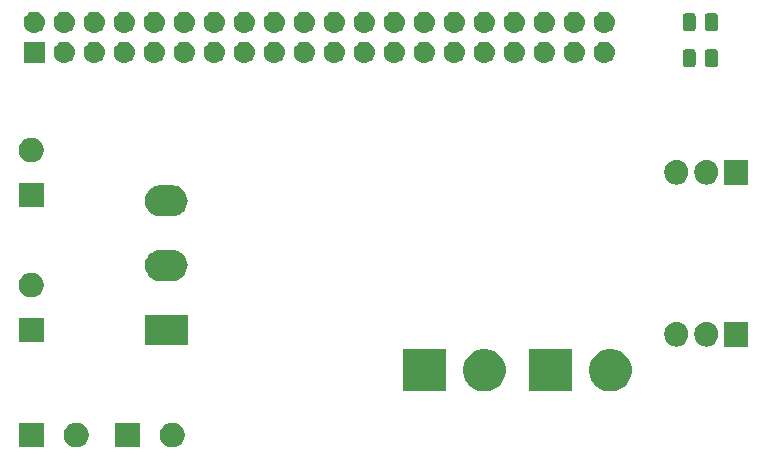
<source format=gbr>
G04 #@! TF.GenerationSoftware,KiCad,Pcbnew,5.1.4+dfsg1-1*
G04 #@! TF.CreationDate,2020-01-27T18:05:31+01:00*
G04 #@! TF.ProjectId,AstriPiCompute,41737472-6950-4694-936f-6d707574652e,rev?*
G04 #@! TF.SameCoordinates,Original*
G04 #@! TF.FileFunction,Soldermask,Bot*
G04 #@! TF.FilePolarity,Negative*
%FSLAX46Y46*%
G04 Gerber Fmt 4.6, Leading zero omitted, Abs format (unit mm)*
G04 Created by KiCad (PCBNEW 5.1.4+dfsg1-1) date 2020-01-27 18:05:31*
%MOMM*%
%LPD*%
G04 APERTURE LIST*
%ADD10C,0.100000*%
G04 APERTURE END LIST*
D10*
G36*
X12988490Y-45150490D02*
G01*
X10887510Y-45150490D01*
X10887510Y-43049510D01*
X12988490Y-43049510D01*
X12988490Y-45150490D01*
X12988490Y-45150490D01*
G37*
G36*
X16054416Y-43089879D02*
G01*
X16245592Y-43169067D01*
X16245594Y-43169068D01*
X16417648Y-43284031D01*
X16563969Y-43430352D01*
X16678933Y-43602408D01*
X16758121Y-43793584D01*
X16798490Y-43996534D01*
X16798490Y-44203466D01*
X16758121Y-44406416D01*
X16678933Y-44597592D01*
X16678932Y-44597594D01*
X16563969Y-44769648D01*
X16417648Y-44915969D01*
X16245594Y-45030932D01*
X16245593Y-45030933D01*
X16245592Y-45030933D01*
X16054416Y-45110121D01*
X15851466Y-45150490D01*
X15644534Y-45150490D01*
X15441584Y-45110121D01*
X15250408Y-45030933D01*
X15250407Y-45030933D01*
X15250406Y-45030932D01*
X15078352Y-44915969D01*
X14932031Y-44769648D01*
X14817068Y-44597594D01*
X14817067Y-44597592D01*
X14737879Y-44406416D01*
X14697510Y-44203466D01*
X14697510Y-43996534D01*
X14737879Y-43793584D01*
X14817067Y-43602408D01*
X14932031Y-43430352D01*
X15078352Y-43284031D01*
X15250406Y-43169068D01*
X15250408Y-43169067D01*
X15441584Y-43089879D01*
X15644534Y-43049510D01*
X15851466Y-43049510D01*
X16054416Y-43089879D01*
X16054416Y-43089879D01*
G37*
G36*
X4860490Y-45150490D02*
G01*
X2759510Y-45150490D01*
X2759510Y-43049510D01*
X4860490Y-43049510D01*
X4860490Y-45150490D01*
X4860490Y-45150490D01*
G37*
G36*
X7926416Y-43089879D02*
G01*
X8117592Y-43169067D01*
X8117594Y-43169068D01*
X8289648Y-43284031D01*
X8435969Y-43430352D01*
X8550933Y-43602408D01*
X8630121Y-43793584D01*
X8670490Y-43996534D01*
X8670490Y-44203466D01*
X8630121Y-44406416D01*
X8550933Y-44597592D01*
X8550932Y-44597594D01*
X8435969Y-44769648D01*
X8289648Y-44915969D01*
X8117594Y-45030932D01*
X8117593Y-45030933D01*
X8117592Y-45030933D01*
X7926416Y-45110121D01*
X7723466Y-45150490D01*
X7516534Y-45150490D01*
X7313584Y-45110121D01*
X7122408Y-45030933D01*
X7122407Y-45030933D01*
X7122406Y-45030932D01*
X6950352Y-44915969D01*
X6804031Y-44769648D01*
X6689068Y-44597594D01*
X6689067Y-44597592D01*
X6609879Y-44406416D01*
X6569510Y-44203466D01*
X6569510Y-43996534D01*
X6609879Y-43793584D01*
X6689067Y-43602408D01*
X6804031Y-43430352D01*
X6950352Y-43284031D01*
X7122406Y-43169068D01*
X7122408Y-43169067D01*
X7313584Y-43089879D01*
X7516534Y-43049510D01*
X7723466Y-43049510D01*
X7926416Y-43089879D01*
X7926416Y-43089879D01*
G37*
G36*
X49553060Y-40409060D02*
G01*
X45950940Y-40409060D01*
X45950940Y-36806940D01*
X49553060Y-36806940D01*
X49553060Y-40409060D01*
X49553060Y-40409060D01*
G37*
G36*
X42390905Y-36816789D02*
G01*
X42689350Y-36876153D01*
X43017122Y-37011921D01*
X43312109Y-37209025D01*
X43562975Y-37459891D01*
X43760079Y-37754878D01*
X43895847Y-38082650D01*
X43965060Y-38430611D01*
X43965060Y-38785389D01*
X43895847Y-39133350D01*
X43760079Y-39461122D01*
X43562975Y-39756109D01*
X43312109Y-40006975D01*
X43017122Y-40204079D01*
X42689350Y-40339847D01*
X42390905Y-40399211D01*
X42341390Y-40409060D01*
X41986610Y-40409060D01*
X41937095Y-40399211D01*
X41638650Y-40339847D01*
X41310878Y-40204079D01*
X41015891Y-40006975D01*
X40765025Y-39756109D01*
X40567921Y-39461122D01*
X40432153Y-39133350D01*
X40362940Y-38785389D01*
X40362940Y-38430611D01*
X40432153Y-38082650D01*
X40567921Y-37754878D01*
X40765025Y-37459891D01*
X41015891Y-37209025D01*
X41310878Y-37011921D01*
X41638650Y-36876153D01*
X41937095Y-36816789D01*
X41986610Y-36806940D01*
X42341390Y-36806940D01*
X42390905Y-36816789D01*
X42390905Y-36816789D01*
G37*
G36*
X38885060Y-40409060D02*
G01*
X35282940Y-40409060D01*
X35282940Y-36806940D01*
X38885060Y-36806940D01*
X38885060Y-40409060D01*
X38885060Y-40409060D01*
G37*
G36*
X53058905Y-36816789D02*
G01*
X53357350Y-36876153D01*
X53685122Y-37011921D01*
X53980109Y-37209025D01*
X54230975Y-37459891D01*
X54428079Y-37754878D01*
X54563847Y-38082650D01*
X54633060Y-38430611D01*
X54633060Y-38785389D01*
X54563847Y-39133350D01*
X54428079Y-39461122D01*
X54230975Y-39756109D01*
X53980109Y-40006975D01*
X53685122Y-40204079D01*
X53357350Y-40339847D01*
X53058905Y-40399211D01*
X53009390Y-40409060D01*
X52654610Y-40409060D01*
X52605095Y-40399211D01*
X52306650Y-40339847D01*
X51978878Y-40204079D01*
X51683891Y-40006975D01*
X51433025Y-39756109D01*
X51235921Y-39461122D01*
X51100153Y-39133350D01*
X51030940Y-38785389D01*
X51030940Y-38430611D01*
X51100153Y-38082650D01*
X51235921Y-37754878D01*
X51433025Y-37459891D01*
X51683891Y-37209025D01*
X51978878Y-37011921D01*
X52306650Y-36876153D01*
X52605095Y-36816789D01*
X52654610Y-36806940D01*
X53009390Y-36806940D01*
X53058905Y-36816789D01*
X53058905Y-36816789D01*
G37*
G36*
X58616720Y-34523520D02*
G01*
X58805881Y-34580901D01*
X58980212Y-34674083D01*
X59133015Y-34799485D01*
X59258417Y-34952288D01*
X59302182Y-35034167D01*
X59351598Y-35126617D01*
X59351599Y-35126620D01*
X59408980Y-35315781D01*
X59423500Y-35463207D01*
X59423500Y-35656794D01*
X59408980Y-35804220D01*
X59351599Y-35993381D01*
X59258417Y-36167712D01*
X59133015Y-36320515D01*
X58980212Y-36445917D01*
X58898333Y-36489682D01*
X58805883Y-36539098D01*
X58805880Y-36539099D01*
X58616719Y-36596480D01*
X58420000Y-36615855D01*
X58223280Y-36596480D01*
X58034119Y-36539099D01*
X57859788Y-36445917D01*
X57706985Y-36320515D01*
X57581583Y-36167712D01*
X57537818Y-36085833D01*
X57488402Y-35993383D01*
X57488401Y-35993380D01*
X57431020Y-35804219D01*
X57416500Y-35656793D01*
X57416500Y-35463206D01*
X57431020Y-35315780D01*
X57488401Y-35126619D01*
X57581583Y-34952288D01*
X57706985Y-34799485D01*
X57859788Y-34674083D01*
X58034120Y-34580901D01*
X58223281Y-34523520D01*
X58420000Y-34504145D01*
X58616720Y-34523520D01*
X58616720Y-34523520D01*
G37*
G36*
X61156720Y-34523520D02*
G01*
X61345881Y-34580901D01*
X61520212Y-34674083D01*
X61673015Y-34799485D01*
X61798417Y-34952288D01*
X61842182Y-35034167D01*
X61891598Y-35126617D01*
X61891599Y-35126620D01*
X61948980Y-35315781D01*
X61963500Y-35463207D01*
X61963500Y-35656794D01*
X61948980Y-35804220D01*
X61891599Y-35993381D01*
X61798417Y-36167712D01*
X61673015Y-36320515D01*
X61520212Y-36445917D01*
X61438333Y-36489682D01*
X61345883Y-36539098D01*
X61345880Y-36539099D01*
X61156719Y-36596480D01*
X60960000Y-36615855D01*
X60763280Y-36596480D01*
X60574119Y-36539099D01*
X60399788Y-36445917D01*
X60246985Y-36320515D01*
X60121583Y-36167712D01*
X60077818Y-36085833D01*
X60028402Y-35993383D01*
X60028401Y-35993380D01*
X59971020Y-35804219D01*
X59956500Y-35656793D01*
X59956500Y-35463206D01*
X59971020Y-35315780D01*
X60028401Y-35126619D01*
X60121583Y-34952288D01*
X60246985Y-34799485D01*
X60399788Y-34674083D01*
X60574120Y-34580901D01*
X60763281Y-34523520D01*
X60960000Y-34504145D01*
X61156720Y-34523520D01*
X61156720Y-34523520D01*
G37*
G36*
X64503500Y-36611000D02*
G01*
X62496500Y-36611000D01*
X62496500Y-34509000D01*
X64503500Y-34509000D01*
X64503500Y-36611000D01*
X64503500Y-36611000D01*
G37*
G36*
X17041000Y-36511000D02*
G01*
X13439000Y-36511000D01*
X13439000Y-33909000D01*
X17041000Y-33909000D01*
X17041000Y-36511000D01*
X17041000Y-36511000D01*
G37*
G36*
X4860490Y-36260490D02*
G01*
X2759510Y-36260490D01*
X2759510Y-34159510D01*
X4860490Y-34159510D01*
X4860490Y-36260490D01*
X4860490Y-36260490D01*
G37*
G36*
X4116416Y-30389879D02*
G01*
X4288826Y-30461294D01*
X4307594Y-30469068D01*
X4479648Y-30584031D01*
X4625969Y-30730352D01*
X4687190Y-30821975D01*
X4740933Y-30902408D01*
X4820121Y-31093584D01*
X4860490Y-31296534D01*
X4860490Y-31503466D01*
X4820121Y-31706416D01*
X4740933Y-31897592D01*
X4740932Y-31897594D01*
X4625969Y-32069648D01*
X4479648Y-32215969D01*
X4307594Y-32330932D01*
X4307593Y-32330933D01*
X4307592Y-32330933D01*
X4116416Y-32410121D01*
X3913466Y-32450490D01*
X3706534Y-32450490D01*
X3503584Y-32410121D01*
X3312408Y-32330933D01*
X3312407Y-32330933D01*
X3312406Y-32330932D01*
X3140352Y-32215969D01*
X2994031Y-32069648D01*
X2879068Y-31897594D01*
X2879067Y-31897592D01*
X2799879Y-31706416D01*
X2759510Y-31503466D01*
X2759510Y-31296534D01*
X2799879Y-31093584D01*
X2879067Y-30902408D01*
X2932811Y-30821975D01*
X2994031Y-30730352D01*
X3140352Y-30584031D01*
X3312406Y-30469068D01*
X3331174Y-30461294D01*
X3503584Y-30389879D01*
X3706534Y-30349510D01*
X3913466Y-30349510D01*
X4116416Y-30389879D01*
X4116416Y-30389879D01*
G37*
G36*
X15899473Y-28443413D02*
G01*
X15995040Y-28452825D01*
X16240280Y-28527218D01*
X16466294Y-28648025D01*
X16517899Y-28690376D01*
X16664397Y-28810603D01*
X16784624Y-28957101D01*
X16826975Y-29008706D01*
X16947782Y-29234720D01*
X17022175Y-29479960D01*
X17047294Y-29735000D01*
X17022175Y-29990040D01*
X16947782Y-30235280D01*
X16826975Y-30461294D01*
X16784624Y-30512899D01*
X16664397Y-30659397D01*
X16517899Y-30779624D01*
X16466294Y-30821975D01*
X16240280Y-30942782D01*
X15995040Y-31017175D01*
X15899472Y-31026588D01*
X15803906Y-31036000D01*
X14676094Y-31036000D01*
X14580528Y-31026588D01*
X14484960Y-31017175D01*
X14239720Y-30942782D01*
X14013706Y-30821975D01*
X13962101Y-30779624D01*
X13815603Y-30659397D01*
X13695376Y-30512899D01*
X13653025Y-30461294D01*
X13532218Y-30235280D01*
X13457825Y-29990040D01*
X13432706Y-29735000D01*
X13457825Y-29479960D01*
X13532218Y-29234720D01*
X13653025Y-29008706D01*
X13695376Y-28957101D01*
X13815603Y-28810603D01*
X13962101Y-28690376D01*
X14013706Y-28648025D01*
X14239720Y-28527218D01*
X14484960Y-28452825D01*
X14580527Y-28443413D01*
X14676094Y-28434000D01*
X15803906Y-28434000D01*
X15899473Y-28443413D01*
X15899473Y-28443413D01*
G37*
G36*
X15899473Y-22968413D02*
G01*
X15995040Y-22977825D01*
X16240280Y-23052218D01*
X16466294Y-23173025D01*
X16517899Y-23215376D01*
X16664397Y-23335603D01*
X16784624Y-23482101D01*
X16826975Y-23533706D01*
X16947782Y-23759720D01*
X17022175Y-24004960D01*
X17047294Y-24260000D01*
X17022175Y-24515040D01*
X16947782Y-24760280D01*
X16826975Y-24986294D01*
X16784624Y-25037899D01*
X16664397Y-25184397D01*
X16517899Y-25304624D01*
X16466294Y-25346975D01*
X16240280Y-25467782D01*
X15995040Y-25542175D01*
X15899473Y-25551587D01*
X15803906Y-25561000D01*
X14676094Y-25561000D01*
X14580528Y-25551588D01*
X14484960Y-25542175D01*
X14239720Y-25467782D01*
X14013706Y-25346975D01*
X13962101Y-25304624D01*
X13815603Y-25184397D01*
X13695376Y-25037899D01*
X13653025Y-24986294D01*
X13532218Y-24760280D01*
X13457825Y-24515040D01*
X13432706Y-24260000D01*
X13457825Y-24004960D01*
X13532218Y-23759720D01*
X13653025Y-23533706D01*
X13695376Y-23482101D01*
X13815603Y-23335603D01*
X13962101Y-23215376D01*
X14013706Y-23173025D01*
X14239720Y-23052218D01*
X14484960Y-22977825D01*
X14580527Y-22968413D01*
X14676094Y-22959000D01*
X15803906Y-22959000D01*
X15899473Y-22968413D01*
X15899473Y-22968413D01*
G37*
G36*
X4860490Y-24830490D02*
G01*
X2759510Y-24830490D01*
X2759510Y-22729510D01*
X4860490Y-22729510D01*
X4860490Y-24830490D01*
X4860490Y-24830490D01*
G37*
G36*
X61156720Y-20807520D02*
G01*
X61345881Y-20864901D01*
X61520212Y-20958083D01*
X61673015Y-21083485D01*
X61798417Y-21236288D01*
X61842182Y-21318167D01*
X61891598Y-21410617D01*
X61891599Y-21410620D01*
X61948980Y-21599781D01*
X61963500Y-21747207D01*
X61963500Y-21940794D01*
X61948980Y-22088220D01*
X61891599Y-22277381D01*
X61798417Y-22451712D01*
X61673015Y-22604515D01*
X61520212Y-22729917D01*
X61438333Y-22773682D01*
X61345883Y-22823098D01*
X61345880Y-22823099D01*
X61156719Y-22880480D01*
X60960000Y-22899855D01*
X60763280Y-22880480D01*
X60574119Y-22823099D01*
X60399788Y-22729917D01*
X60246985Y-22604515D01*
X60121583Y-22451712D01*
X60077818Y-22369833D01*
X60028402Y-22277383D01*
X60028401Y-22277380D01*
X59971020Y-22088219D01*
X59956500Y-21940793D01*
X59956500Y-21747206D01*
X59971020Y-21599780D01*
X60028401Y-21410619D01*
X60121583Y-21236288D01*
X60246985Y-21083485D01*
X60399788Y-20958083D01*
X60574120Y-20864901D01*
X60763281Y-20807520D01*
X60960000Y-20788145D01*
X61156720Y-20807520D01*
X61156720Y-20807520D01*
G37*
G36*
X58616720Y-20807520D02*
G01*
X58805881Y-20864901D01*
X58980212Y-20958083D01*
X59133015Y-21083485D01*
X59258417Y-21236288D01*
X59302182Y-21318167D01*
X59351598Y-21410617D01*
X59351599Y-21410620D01*
X59408980Y-21599781D01*
X59423500Y-21747207D01*
X59423500Y-21940794D01*
X59408980Y-22088220D01*
X59351599Y-22277381D01*
X59258417Y-22451712D01*
X59133015Y-22604515D01*
X58980212Y-22729917D01*
X58898333Y-22773682D01*
X58805883Y-22823098D01*
X58805880Y-22823099D01*
X58616719Y-22880480D01*
X58420000Y-22899855D01*
X58223280Y-22880480D01*
X58034119Y-22823099D01*
X57859788Y-22729917D01*
X57706985Y-22604515D01*
X57581583Y-22451712D01*
X57537818Y-22369833D01*
X57488402Y-22277383D01*
X57488401Y-22277380D01*
X57431020Y-22088219D01*
X57416500Y-21940793D01*
X57416500Y-21747206D01*
X57431020Y-21599780D01*
X57488401Y-21410619D01*
X57581583Y-21236288D01*
X57706985Y-21083485D01*
X57859788Y-20958083D01*
X58034120Y-20864901D01*
X58223281Y-20807520D01*
X58420000Y-20788145D01*
X58616720Y-20807520D01*
X58616720Y-20807520D01*
G37*
G36*
X64503500Y-22895000D02*
G01*
X62496500Y-22895000D01*
X62496500Y-20793000D01*
X64503500Y-20793000D01*
X64503500Y-22895000D01*
X64503500Y-22895000D01*
G37*
G36*
X4116416Y-18959879D02*
G01*
X4307592Y-19039067D01*
X4307594Y-19039068D01*
X4479648Y-19154031D01*
X4625969Y-19300352D01*
X4740933Y-19472408D01*
X4820121Y-19663584D01*
X4860490Y-19866534D01*
X4860490Y-20073466D01*
X4820121Y-20276416D01*
X4740933Y-20467592D01*
X4740932Y-20467594D01*
X4625969Y-20639648D01*
X4479648Y-20785969D01*
X4307594Y-20900932D01*
X4307593Y-20900933D01*
X4307592Y-20900933D01*
X4116416Y-20980121D01*
X3913466Y-21020490D01*
X3706534Y-21020490D01*
X3503584Y-20980121D01*
X3312408Y-20900933D01*
X3312407Y-20900933D01*
X3312406Y-20900932D01*
X3140352Y-20785969D01*
X2994031Y-20639648D01*
X2879068Y-20467594D01*
X2879067Y-20467592D01*
X2799879Y-20276416D01*
X2759510Y-20073466D01*
X2759510Y-19866534D01*
X2799879Y-19663584D01*
X2879067Y-19472408D01*
X2994031Y-19300352D01*
X3140352Y-19154031D01*
X3312406Y-19039068D01*
X3312408Y-19039067D01*
X3503584Y-18959879D01*
X3706534Y-18919510D01*
X3913466Y-18919510D01*
X4116416Y-18959879D01*
X4116416Y-18959879D01*
G37*
G36*
X59886468Y-11445565D02*
G01*
X59925138Y-11457296D01*
X59960777Y-11476346D01*
X59992017Y-11501983D01*
X60017654Y-11533223D01*
X60036704Y-11568862D01*
X60048435Y-11607532D01*
X60053000Y-11653888D01*
X60053000Y-12730112D01*
X60048435Y-12776468D01*
X60036704Y-12815138D01*
X60017654Y-12850777D01*
X59992017Y-12882017D01*
X59960777Y-12907654D01*
X59925138Y-12926704D01*
X59886468Y-12938435D01*
X59840112Y-12943000D01*
X59188888Y-12943000D01*
X59142532Y-12938435D01*
X59103862Y-12926704D01*
X59068223Y-12907654D01*
X59036983Y-12882017D01*
X59011346Y-12850777D01*
X58992296Y-12815138D01*
X58980565Y-12776468D01*
X58976000Y-12730112D01*
X58976000Y-11653888D01*
X58980565Y-11607532D01*
X58992296Y-11568862D01*
X59011346Y-11533223D01*
X59036983Y-11501983D01*
X59068223Y-11476346D01*
X59103862Y-11457296D01*
X59142532Y-11445565D01*
X59188888Y-11441000D01*
X59840112Y-11441000D01*
X59886468Y-11445565D01*
X59886468Y-11445565D01*
G37*
G36*
X61761468Y-11445565D02*
G01*
X61800138Y-11457296D01*
X61835777Y-11476346D01*
X61867017Y-11501983D01*
X61892654Y-11533223D01*
X61911704Y-11568862D01*
X61923435Y-11607532D01*
X61928000Y-11653888D01*
X61928000Y-12730112D01*
X61923435Y-12776468D01*
X61911704Y-12815138D01*
X61892654Y-12850777D01*
X61867017Y-12882017D01*
X61835777Y-12907654D01*
X61800138Y-12926704D01*
X61761468Y-12938435D01*
X61715112Y-12943000D01*
X61063888Y-12943000D01*
X61017532Y-12938435D01*
X60978862Y-12926704D01*
X60943223Y-12907654D01*
X60911983Y-12882017D01*
X60886346Y-12850777D01*
X60867296Y-12815138D01*
X60855565Y-12776468D01*
X60851000Y-12730112D01*
X60851000Y-11653888D01*
X60855565Y-11607532D01*
X60867296Y-11568862D01*
X60886346Y-11533223D01*
X60911983Y-11501983D01*
X60943223Y-11476346D01*
X60978862Y-11457296D01*
X61017532Y-11445565D01*
X61063888Y-11441000D01*
X61715112Y-11441000D01*
X61761468Y-11445565D01*
X61761468Y-11445565D01*
G37*
G36*
X24494443Y-10789519D02*
G01*
X24560627Y-10796037D01*
X24730466Y-10847557D01*
X24886991Y-10931222D01*
X24922729Y-10960552D01*
X25024186Y-11043814D01*
X25107448Y-11145271D01*
X25136778Y-11181009D01*
X25220443Y-11337534D01*
X25271963Y-11507373D01*
X25289359Y-11684000D01*
X25271963Y-11860627D01*
X25220443Y-12030466D01*
X25136778Y-12186991D01*
X25107448Y-12222729D01*
X25024186Y-12324186D01*
X24922729Y-12407448D01*
X24886991Y-12436778D01*
X24730466Y-12520443D01*
X24560627Y-12571963D01*
X24494442Y-12578482D01*
X24428260Y-12585000D01*
X24339740Y-12585000D01*
X24273558Y-12578482D01*
X24207373Y-12571963D01*
X24037534Y-12520443D01*
X23881009Y-12436778D01*
X23845271Y-12407448D01*
X23743814Y-12324186D01*
X23660552Y-12222729D01*
X23631222Y-12186991D01*
X23547557Y-12030466D01*
X23496037Y-11860627D01*
X23478641Y-11684000D01*
X23496037Y-11507373D01*
X23547557Y-11337534D01*
X23631222Y-11181009D01*
X23660552Y-11145271D01*
X23743814Y-11043814D01*
X23845271Y-10960552D01*
X23881009Y-10931222D01*
X24037534Y-10847557D01*
X24207373Y-10796037D01*
X24273557Y-10789519D01*
X24339740Y-10783000D01*
X24428260Y-10783000D01*
X24494443Y-10789519D01*
X24494443Y-10789519D01*
G37*
G36*
X27034443Y-10789519D02*
G01*
X27100627Y-10796037D01*
X27270466Y-10847557D01*
X27426991Y-10931222D01*
X27462729Y-10960552D01*
X27564186Y-11043814D01*
X27647448Y-11145271D01*
X27676778Y-11181009D01*
X27760443Y-11337534D01*
X27811963Y-11507373D01*
X27829359Y-11684000D01*
X27811963Y-11860627D01*
X27760443Y-12030466D01*
X27676778Y-12186991D01*
X27647448Y-12222729D01*
X27564186Y-12324186D01*
X27462729Y-12407448D01*
X27426991Y-12436778D01*
X27270466Y-12520443D01*
X27100627Y-12571963D01*
X27034442Y-12578482D01*
X26968260Y-12585000D01*
X26879740Y-12585000D01*
X26813558Y-12578482D01*
X26747373Y-12571963D01*
X26577534Y-12520443D01*
X26421009Y-12436778D01*
X26385271Y-12407448D01*
X26283814Y-12324186D01*
X26200552Y-12222729D01*
X26171222Y-12186991D01*
X26087557Y-12030466D01*
X26036037Y-11860627D01*
X26018641Y-11684000D01*
X26036037Y-11507373D01*
X26087557Y-11337534D01*
X26171222Y-11181009D01*
X26200552Y-11145271D01*
X26283814Y-11043814D01*
X26385271Y-10960552D01*
X26421009Y-10931222D01*
X26577534Y-10847557D01*
X26747373Y-10796037D01*
X26813558Y-10789518D01*
X26879740Y-10783000D01*
X26968260Y-10783000D01*
X27034443Y-10789519D01*
X27034443Y-10789519D01*
G37*
G36*
X19414443Y-10789519D02*
G01*
X19480627Y-10796037D01*
X19650466Y-10847557D01*
X19806991Y-10931222D01*
X19842729Y-10960552D01*
X19944186Y-11043814D01*
X20027448Y-11145271D01*
X20056778Y-11181009D01*
X20140443Y-11337534D01*
X20191963Y-11507373D01*
X20209359Y-11684000D01*
X20191963Y-11860627D01*
X20140443Y-12030466D01*
X20056778Y-12186991D01*
X20027448Y-12222729D01*
X19944186Y-12324186D01*
X19842729Y-12407448D01*
X19806991Y-12436778D01*
X19650466Y-12520443D01*
X19480627Y-12571963D01*
X19414442Y-12578482D01*
X19348260Y-12585000D01*
X19259740Y-12585000D01*
X19193558Y-12578482D01*
X19127373Y-12571963D01*
X18957534Y-12520443D01*
X18801009Y-12436778D01*
X18765271Y-12407448D01*
X18663814Y-12324186D01*
X18580552Y-12222729D01*
X18551222Y-12186991D01*
X18467557Y-12030466D01*
X18416037Y-11860627D01*
X18398641Y-11684000D01*
X18416037Y-11507373D01*
X18467557Y-11337534D01*
X18551222Y-11181009D01*
X18580552Y-11145271D01*
X18663814Y-11043814D01*
X18765271Y-10960552D01*
X18801009Y-10931222D01*
X18957534Y-10847557D01*
X19127373Y-10796037D01*
X19193557Y-10789519D01*
X19259740Y-10783000D01*
X19348260Y-10783000D01*
X19414443Y-10789519D01*
X19414443Y-10789519D01*
G37*
G36*
X29574443Y-10789519D02*
G01*
X29640627Y-10796037D01*
X29810466Y-10847557D01*
X29966991Y-10931222D01*
X30002729Y-10960552D01*
X30104186Y-11043814D01*
X30187448Y-11145271D01*
X30216778Y-11181009D01*
X30300443Y-11337534D01*
X30351963Y-11507373D01*
X30369359Y-11684000D01*
X30351963Y-11860627D01*
X30300443Y-12030466D01*
X30216778Y-12186991D01*
X30187448Y-12222729D01*
X30104186Y-12324186D01*
X30002729Y-12407448D01*
X29966991Y-12436778D01*
X29810466Y-12520443D01*
X29640627Y-12571963D01*
X29574442Y-12578482D01*
X29508260Y-12585000D01*
X29419740Y-12585000D01*
X29353558Y-12578482D01*
X29287373Y-12571963D01*
X29117534Y-12520443D01*
X28961009Y-12436778D01*
X28925271Y-12407448D01*
X28823814Y-12324186D01*
X28740552Y-12222729D01*
X28711222Y-12186991D01*
X28627557Y-12030466D01*
X28576037Y-11860627D01*
X28558641Y-11684000D01*
X28576037Y-11507373D01*
X28627557Y-11337534D01*
X28711222Y-11181009D01*
X28740552Y-11145271D01*
X28823814Y-11043814D01*
X28925271Y-10960552D01*
X28961009Y-10931222D01*
X29117534Y-10847557D01*
X29287373Y-10796037D01*
X29353558Y-10789518D01*
X29419740Y-10783000D01*
X29508260Y-10783000D01*
X29574443Y-10789519D01*
X29574443Y-10789519D01*
G37*
G36*
X32114443Y-10789519D02*
G01*
X32180627Y-10796037D01*
X32350466Y-10847557D01*
X32506991Y-10931222D01*
X32542729Y-10960552D01*
X32644186Y-11043814D01*
X32727448Y-11145271D01*
X32756778Y-11181009D01*
X32840443Y-11337534D01*
X32891963Y-11507373D01*
X32909359Y-11684000D01*
X32891963Y-11860627D01*
X32840443Y-12030466D01*
X32756778Y-12186991D01*
X32727448Y-12222729D01*
X32644186Y-12324186D01*
X32542729Y-12407448D01*
X32506991Y-12436778D01*
X32350466Y-12520443D01*
X32180627Y-12571963D01*
X32114442Y-12578482D01*
X32048260Y-12585000D01*
X31959740Y-12585000D01*
X31893558Y-12578482D01*
X31827373Y-12571963D01*
X31657534Y-12520443D01*
X31501009Y-12436778D01*
X31465271Y-12407448D01*
X31363814Y-12324186D01*
X31280552Y-12222729D01*
X31251222Y-12186991D01*
X31167557Y-12030466D01*
X31116037Y-11860627D01*
X31098641Y-11684000D01*
X31116037Y-11507373D01*
X31167557Y-11337534D01*
X31251222Y-11181009D01*
X31280552Y-11145271D01*
X31363814Y-11043814D01*
X31465271Y-10960552D01*
X31501009Y-10931222D01*
X31657534Y-10847557D01*
X31827373Y-10796037D01*
X31893558Y-10789518D01*
X31959740Y-10783000D01*
X32048260Y-10783000D01*
X32114443Y-10789519D01*
X32114443Y-10789519D01*
G37*
G36*
X16874443Y-10789519D02*
G01*
X16940627Y-10796037D01*
X17110466Y-10847557D01*
X17266991Y-10931222D01*
X17302729Y-10960552D01*
X17404186Y-11043814D01*
X17487448Y-11145271D01*
X17516778Y-11181009D01*
X17600443Y-11337534D01*
X17651963Y-11507373D01*
X17669359Y-11684000D01*
X17651963Y-11860627D01*
X17600443Y-12030466D01*
X17516778Y-12186991D01*
X17487448Y-12222729D01*
X17404186Y-12324186D01*
X17302729Y-12407448D01*
X17266991Y-12436778D01*
X17110466Y-12520443D01*
X16940627Y-12571963D01*
X16874442Y-12578482D01*
X16808260Y-12585000D01*
X16719740Y-12585000D01*
X16653558Y-12578482D01*
X16587373Y-12571963D01*
X16417534Y-12520443D01*
X16261009Y-12436778D01*
X16225271Y-12407448D01*
X16123814Y-12324186D01*
X16040552Y-12222729D01*
X16011222Y-12186991D01*
X15927557Y-12030466D01*
X15876037Y-11860627D01*
X15858641Y-11684000D01*
X15876037Y-11507373D01*
X15927557Y-11337534D01*
X16011222Y-11181009D01*
X16040552Y-11145271D01*
X16123814Y-11043814D01*
X16225271Y-10960552D01*
X16261009Y-10931222D01*
X16417534Y-10847557D01*
X16587373Y-10796037D01*
X16653557Y-10789519D01*
X16719740Y-10783000D01*
X16808260Y-10783000D01*
X16874443Y-10789519D01*
X16874443Y-10789519D01*
G37*
G36*
X34654443Y-10789519D02*
G01*
X34720627Y-10796037D01*
X34890466Y-10847557D01*
X35046991Y-10931222D01*
X35082729Y-10960552D01*
X35184186Y-11043814D01*
X35267448Y-11145271D01*
X35296778Y-11181009D01*
X35380443Y-11337534D01*
X35431963Y-11507373D01*
X35449359Y-11684000D01*
X35431963Y-11860627D01*
X35380443Y-12030466D01*
X35296778Y-12186991D01*
X35267448Y-12222729D01*
X35184186Y-12324186D01*
X35082729Y-12407448D01*
X35046991Y-12436778D01*
X34890466Y-12520443D01*
X34720627Y-12571963D01*
X34654442Y-12578482D01*
X34588260Y-12585000D01*
X34499740Y-12585000D01*
X34433558Y-12578482D01*
X34367373Y-12571963D01*
X34197534Y-12520443D01*
X34041009Y-12436778D01*
X34005271Y-12407448D01*
X33903814Y-12324186D01*
X33820552Y-12222729D01*
X33791222Y-12186991D01*
X33707557Y-12030466D01*
X33656037Y-11860627D01*
X33638641Y-11684000D01*
X33656037Y-11507373D01*
X33707557Y-11337534D01*
X33791222Y-11181009D01*
X33820552Y-11145271D01*
X33903814Y-11043814D01*
X34005271Y-10960552D01*
X34041009Y-10931222D01*
X34197534Y-10847557D01*
X34367373Y-10796037D01*
X34433558Y-10789518D01*
X34499740Y-10783000D01*
X34588260Y-10783000D01*
X34654443Y-10789519D01*
X34654443Y-10789519D01*
G37*
G36*
X37194443Y-10789519D02*
G01*
X37260627Y-10796037D01*
X37430466Y-10847557D01*
X37586991Y-10931222D01*
X37622729Y-10960552D01*
X37724186Y-11043814D01*
X37807448Y-11145271D01*
X37836778Y-11181009D01*
X37920443Y-11337534D01*
X37971963Y-11507373D01*
X37989359Y-11684000D01*
X37971963Y-11860627D01*
X37920443Y-12030466D01*
X37836778Y-12186991D01*
X37807448Y-12222729D01*
X37724186Y-12324186D01*
X37622729Y-12407448D01*
X37586991Y-12436778D01*
X37430466Y-12520443D01*
X37260627Y-12571963D01*
X37194442Y-12578482D01*
X37128260Y-12585000D01*
X37039740Y-12585000D01*
X36973558Y-12578482D01*
X36907373Y-12571963D01*
X36737534Y-12520443D01*
X36581009Y-12436778D01*
X36545271Y-12407448D01*
X36443814Y-12324186D01*
X36360552Y-12222729D01*
X36331222Y-12186991D01*
X36247557Y-12030466D01*
X36196037Y-11860627D01*
X36178641Y-11684000D01*
X36196037Y-11507373D01*
X36247557Y-11337534D01*
X36331222Y-11181009D01*
X36360552Y-11145271D01*
X36443814Y-11043814D01*
X36545271Y-10960552D01*
X36581009Y-10931222D01*
X36737534Y-10847557D01*
X36907373Y-10796037D01*
X36973558Y-10789518D01*
X37039740Y-10783000D01*
X37128260Y-10783000D01*
X37194443Y-10789519D01*
X37194443Y-10789519D01*
G37*
G36*
X14334443Y-10789519D02*
G01*
X14400627Y-10796037D01*
X14570466Y-10847557D01*
X14726991Y-10931222D01*
X14762729Y-10960552D01*
X14864186Y-11043814D01*
X14947448Y-11145271D01*
X14976778Y-11181009D01*
X15060443Y-11337534D01*
X15111963Y-11507373D01*
X15129359Y-11684000D01*
X15111963Y-11860627D01*
X15060443Y-12030466D01*
X14976778Y-12186991D01*
X14947448Y-12222729D01*
X14864186Y-12324186D01*
X14762729Y-12407448D01*
X14726991Y-12436778D01*
X14570466Y-12520443D01*
X14400627Y-12571963D01*
X14334442Y-12578482D01*
X14268260Y-12585000D01*
X14179740Y-12585000D01*
X14113558Y-12578482D01*
X14047373Y-12571963D01*
X13877534Y-12520443D01*
X13721009Y-12436778D01*
X13685271Y-12407448D01*
X13583814Y-12324186D01*
X13500552Y-12222729D01*
X13471222Y-12186991D01*
X13387557Y-12030466D01*
X13336037Y-11860627D01*
X13318641Y-11684000D01*
X13336037Y-11507373D01*
X13387557Y-11337534D01*
X13471222Y-11181009D01*
X13500552Y-11145271D01*
X13583814Y-11043814D01*
X13685271Y-10960552D01*
X13721009Y-10931222D01*
X13877534Y-10847557D01*
X14047373Y-10796037D01*
X14113557Y-10789519D01*
X14179740Y-10783000D01*
X14268260Y-10783000D01*
X14334443Y-10789519D01*
X14334443Y-10789519D01*
G37*
G36*
X42274443Y-10789519D02*
G01*
X42340627Y-10796037D01*
X42510466Y-10847557D01*
X42666991Y-10931222D01*
X42702729Y-10960552D01*
X42804186Y-11043814D01*
X42887448Y-11145271D01*
X42916778Y-11181009D01*
X43000443Y-11337534D01*
X43051963Y-11507373D01*
X43069359Y-11684000D01*
X43051963Y-11860627D01*
X43000443Y-12030466D01*
X42916778Y-12186991D01*
X42887448Y-12222729D01*
X42804186Y-12324186D01*
X42702729Y-12407448D01*
X42666991Y-12436778D01*
X42510466Y-12520443D01*
X42340627Y-12571963D01*
X42274442Y-12578482D01*
X42208260Y-12585000D01*
X42119740Y-12585000D01*
X42053558Y-12578482D01*
X41987373Y-12571963D01*
X41817534Y-12520443D01*
X41661009Y-12436778D01*
X41625271Y-12407448D01*
X41523814Y-12324186D01*
X41440552Y-12222729D01*
X41411222Y-12186991D01*
X41327557Y-12030466D01*
X41276037Y-11860627D01*
X41258641Y-11684000D01*
X41276037Y-11507373D01*
X41327557Y-11337534D01*
X41411222Y-11181009D01*
X41440552Y-11145271D01*
X41523814Y-11043814D01*
X41625271Y-10960552D01*
X41661009Y-10931222D01*
X41817534Y-10847557D01*
X41987373Y-10796037D01*
X42053558Y-10789518D01*
X42119740Y-10783000D01*
X42208260Y-10783000D01*
X42274443Y-10789519D01*
X42274443Y-10789519D01*
G37*
G36*
X11794443Y-10789519D02*
G01*
X11860627Y-10796037D01*
X12030466Y-10847557D01*
X12186991Y-10931222D01*
X12222729Y-10960552D01*
X12324186Y-11043814D01*
X12407448Y-11145271D01*
X12436778Y-11181009D01*
X12520443Y-11337534D01*
X12571963Y-11507373D01*
X12589359Y-11684000D01*
X12571963Y-11860627D01*
X12520443Y-12030466D01*
X12436778Y-12186991D01*
X12407448Y-12222729D01*
X12324186Y-12324186D01*
X12222729Y-12407448D01*
X12186991Y-12436778D01*
X12030466Y-12520443D01*
X11860627Y-12571963D01*
X11794442Y-12578482D01*
X11728260Y-12585000D01*
X11639740Y-12585000D01*
X11573558Y-12578482D01*
X11507373Y-12571963D01*
X11337534Y-12520443D01*
X11181009Y-12436778D01*
X11145271Y-12407448D01*
X11043814Y-12324186D01*
X10960552Y-12222729D01*
X10931222Y-12186991D01*
X10847557Y-12030466D01*
X10796037Y-11860627D01*
X10778641Y-11684000D01*
X10796037Y-11507373D01*
X10847557Y-11337534D01*
X10931222Y-11181009D01*
X10960552Y-11145271D01*
X11043814Y-11043814D01*
X11145271Y-10960552D01*
X11181009Y-10931222D01*
X11337534Y-10847557D01*
X11507373Y-10796037D01*
X11573557Y-10789519D01*
X11639740Y-10783000D01*
X11728260Y-10783000D01*
X11794443Y-10789519D01*
X11794443Y-10789519D01*
G37*
G36*
X44814443Y-10789519D02*
G01*
X44880627Y-10796037D01*
X45050466Y-10847557D01*
X45206991Y-10931222D01*
X45242729Y-10960552D01*
X45344186Y-11043814D01*
X45427448Y-11145271D01*
X45456778Y-11181009D01*
X45540443Y-11337534D01*
X45591963Y-11507373D01*
X45609359Y-11684000D01*
X45591963Y-11860627D01*
X45540443Y-12030466D01*
X45456778Y-12186991D01*
X45427448Y-12222729D01*
X45344186Y-12324186D01*
X45242729Y-12407448D01*
X45206991Y-12436778D01*
X45050466Y-12520443D01*
X44880627Y-12571963D01*
X44814442Y-12578482D01*
X44748260Y-12585000D01*
X44659740Y-12585000D01*
X44593558Y-12578482D01*
X44527373Y-12571963D01*
X44357534Y-12520443D01*
X44201009Y-12436778D01*
X44165271Y-12407448D01*
X44063814Y-12324186D01*
X43980552Y-12222729D01*
X43951222Y-12186991D01*
X43867557Y-12030466D01*
X43816037Y-11860627D01*
X43798641Y-11684000D01*
X43816037Y-11507373D01*
X43867557Y-11337534D01*
X43951222Y-11181009D01*
X43980552Y-11145271D01*
X44063814Y-11043814D01*
X44165271Y-10960552D01*
X44201009Y-10931222D01*
X44357534Y-10847557D01*
X44527373Y-10796037D01*
X44593558Y-10789518D01*
X44659740Y-10783000D01*
X44748260Y-10783000D01*
X44814443Y-10789519D01*
X44814443Y-10789519D01*
G37*
G36*
X47354443Y-10789519D02*
G01*
X47420627Y-10796037D01*
X47590466Y-10847557D01*
X47746991Y-10931222D01*
X47782729Y-10960552D01*
X47884186Y-11043814D01*
X47967448Y-11145271D01*
X47996778Y-11181009D01*
X48080443Y-11337534D01*
X48131963Y-11507373D01*
X48149359Y-11684000D01*
X48131963Y-11860627D01*
X48080443Y-12030466D01*
X47996778Y-12186991D01*
X47967448Y-12222729D01*
X47884186Y-12324186D01*
X47782729Y-12407448D01*
X47746991Y-12436778D01*
X47590466Y-12520443D01*
X47420627Y-12571963D01*
X47354442Y-12578482D01*
X47288260Y-12585000D01*
X47199740Y-12585000D01*
X47133558Y-12578482D01*
X47067373Y-12571963D01*
X46897534Y-12520443D01*
X46741009Y-12436778D01*
X46705271Y-12407448D01*
X46603814Y-12324186D01*
X46520552Y-12222729D01*
X46491222Y-12186991D01*
X46407557Y-12030466D01*
X46356037Y-11860627D01*
X46338641Y-11684000D01*
X46356037Y-11507373D01*
X46407557Y-11337534D01*
X46491222Y-11181009D01*
X46520552Y-11145271D01*
X46603814Y-11043814D01*
X46705271Y-10960552D01*
X46741009Y-10931222D01*
X46897534Y-10847557D01*
X47067373Y-10796037D01*
X47133558Y-10789518D01*
X47199740Y-10783000D01*
X47288260Y-10783000D01*
X47354443Y-10789519D01*
X47354443Y-10789519D01*
G37*
G36*
X9254443Y-10789519D02*
G01*
X9320627Y-10796037D01*
X9490466Y-10847557D01*
X9646991Y-10931222D01*
X9682729Y-10960552D01*
X9784186Y-11043814D01*
X9867448Y-11145271D01*
X9896778Y-11181009D01*
X9980443Y-11337534D01*
X10031963Y-11507373D01*
X10049359Y-11684000D01*
X10031963Y-11860627D01*
X9980443Y-12030466D01*
X9896778Y-12186991D01*
X9867448Y-12222729D01*
X9784186Y-12324186D01*
X9682729Y-12407448D01*
X9646991Y-12436778D01*
X9490466Y-12520443D01*
X9320627Y-12571963D01*
X9254442Y-12578482D01*
X9188260Y-12585000D01*
X9099740Y-12585000D01*
X9033558Y-12578482D01*
X8967373Y-12571963D01*
X8797534Y-12520443D01*
X8641009Y-12436778D01*
X8605271Y-12407448D01*
X8503814Y-12324186D01*
X8420552Y-12222729D01*
X8391222Y-12186991D01*
X8307557Y-12030466D01*
X8256037Y-11860627D01*
X8238641Y-11684000D01*
X8256037Y-11507373D01*
X8307557Y-11337534D01*
X8391222Y-11181009D01*
X8420552Y-11145271D01*
X8503814Y-11043814D01*
X8605271Y-10960552D01*
X8641009Y-10931222D01*
X8797534Y-10847557D01*
X8967373Y-10796037D01*
X9033557Y-10789519D01*
X9099740Y-10783000D01*
X9188260Y-10783000D01*
X9254443Y-10789519D01*
X9254443Y-10789519D01*
G37*
G36*
X49894443Y-10789519D02*
G01*
X49960627Y-10796037D01*
X50130466Y-10847557D01*
X50286991Y-10931222D01*
X50322729Y-10960552D01*
X50424186Y-11043814D01*
X50507448Y-11145271D01*
X50536778Y-11181009D01*
X50620443Y-11337534D01*
X50671963Y-11507373D01*
X50689359Y-11684000D01*
X50671963Y-11860627D01*
X50620443Y-12030466D01*
X50536778Y-12186991D01*
X50507448Y-12222729D01*
X50424186Y-12324186D01*
X50322729Y-12407448D01*
X50286991Y-12436778D01*
X50130466Y-12520443D01*
X49960627Y-12571963D01*
X49894442Y-12578482D01*
X49828260Y-12585000D01*
X49739740Y-12585000D01*
X49673558Y-12578482D01*
X49607373Y-12571963D01*
X49437534Y-12520443D01*
X49281009Y-12436778D01*
X49245271Y-12407448D01*
X49143814Y-12324186D01*
X49060552Y-12222729D01*
X49031222Y-12186991D01*
X48947557Y-12030466D01*
X48896037Y-11860627D01*
X48878641Y-11684000D01*
X48896037Y-11507373D01*
X48947557Y-11337534D01*
X49031222Y-11181009D01*
X49060552Y-11145271D01*
X49143814Y-11043814D01*
X49245271Y-10960552D01*
X49281009Y-10931222D01*
X49437534Y-10847557D01*
X49607373Y-10796037D01*
X49673558Y-10789518D01*
X49739740Y-10783000D01*
X49828260Y-10783000D01*
X49894443Y-10789519D01*
X49894443Y-10789519D01*
G37*
G36*
X52434443Y-10789519D02*
G01*
X52500627Y-10796037D01*
X52670466Y-10847557D01*
X52826991Y-10931222D01*
X52862729Y-10960552D01*
X52964186Y-11043814D01*
X53047448Y-11145271D01*
X53076778Y-11181009D01*
X53160443Y-11337534D01*
X53211963Y-11507373D01*
X53229359Y-11684000D01*
X53211963Y-11860627D01*
X53160443Y-12030466D01*
X53076778Y-12186991D01*
X53047448Y-12222729D01*
X52964186Y-12324186D01*
X52862729Y-12407448D01*
X52826991Y-12436778D01*
X52670466Y-12520443D01*
X52500627Y-12571963D01*
X52434442Y-12578482D01*
X52368260Y-12585000D01*
X52279740Y-12585000D01*
X52213558Y-12578482D01*
X52147373Y-12571963D01*
X51977534Y-12520443D01*
X51821009Y-12436778D01*
X51785271Y-12407448D01*
X51683814Y-12324186D01*
X51600552Y-12222729D01*
X51571222Y-12186991D01*
X51487557Y-12030466D01*
X51436037Y-11860627D01*
X51418641Y-11684000D01*
X51436037Y-11507373D01*
X51487557Y-11337534D01*
X51571222Y-11181009D01*
X51600552Y-11145271D01*
X51683814Y-11043814D01*
X51785271Y-10960552D01*
X51821009Y-10931222D01*
X51977534Y-10847557D01*
X52147373Y-10796037D01*
X52213558Y-10789518D01*
X52279740Y-10783000D01*
X52368260Y-10783000D01*
X52434443Y-10789519D01*
X52434443Y-10789519D01*
G37*
G36*
X6714443Y-10789519D02*
G01*
X6780627Y-10796037D01*
X6950466Y-10847557D01*
X7106991Y-10931222D01*
X7142729Y-10960552D01*
X7244186Y-11043814D01*
X7327448Y-11145271D01*
X7356778Y-11181009D01*
X7440443Y-11337534D01*
X7491963Y-11507373D01*
X7509359Y-11684000D01*
X7491963Y-11860627D01*
X7440443Y-12030466D01*
X7356778Y-12186991D01*
X7327448Y-12222729D01*
X7244186Y-12324186D01*
X7142729Y-12407448D01*
X7106991Y-12436778D01*
X6950466Y-12520443D01*
X6780627Y-12571963D01*
X6714442Y-12578482D01*
X6648260Y-12585000D01*
X6559740Y-12585000D01*
X6493558Y-12578482D01*
X6427373Y-12571963D01*
X6257534Y-12520443D01*
X6101009Y-12436778D01*
X6065271Y-12407448D01*
X5963814Y-12324186D01*
X5880552Y-12222729D01*
X5851222Y-12186991D01*
X5767557Y-12030466D01*
X5716037Y-11860627D01*
X5698641Y-11684000D01*
X5716037Y-11507373D01*
X5767557Y-11337534D01*
X5851222Y-11181009D01*
X5880552Y-11145271D01*
X5963814Y-11043814D01*
X6065271Y-10960552D01*
X6101009Y-10931222D01*
X6257534Y-10847557D01*
X6427373Y-10796037D01*
X6493557Y-10789519D01*
X6559740Y-10783000D01*
X6648260Y-10783000D01*
X6714443Y-10789519D01*
X6714443Y-10789519D01*
G37*
G36*
X21954443Y-10789519D02*
G01*
X22020627Y-10796037D01*
X22190466Y-10847557D01*
X22346991Y-10931222D01*
X22382729Y-10960552D01*
X22484186Y-11043814D01*
X22567448Y-11145271D01*
X22596778Y-11181009D01*
X22680443Y-11337534D01*
X22731963Y-11507373D01*
X22749359Y-11684000D01*
X22731963Y-11860627D01*
X22680443Y-12030466D01*
X22596778Y-12186991D01*
X22567448Y-12222729D01*
X22484186Y-12324186D01*
X22382729Y-12407448D01*
X22346991Y-12436778D01*
X22190466Y-12520443D01*
X22020627Y-12571963D01*
X21954442Y-12578482D01*
X21888260Y-12585000D01*
X21799740Y-12585000D01*
X21733558Y-12578482D01*
X21667373Y-12571963D01*
X21497534Y-12520443D01*
X21341009Y-12436778D01*
X21305271Y-12407448D01*
X21203814Y-12324186D01*
X21120552Y-12222729D01*
X21091222Y-12186991D01*
X21007557Y-12030466D01*
X20956037Y-11860627D01*
X20938641Y-11684000D01*
X20956037Y-11507373D01*
X21007557Y-11337534D01*
X21091222Y-11181009D01*
X21120552Y-11145271D01*
X21203814Y-11043814D01*
X21305271Y-10960552D01*
X21341009Y-10931222D01*
X21497534Y-10847557D01*
X21667373Y-10796037D01*
X21733557Y-10789519D01*
X21799740Y-10783000D01*
X21888260Y-10783000D01*
X21954443Y-10789519D01*
X21954443Y-10789519D01*
G37*
G36*
X4965000Y-12585000D02*
G01*
X3163000Y-12585000D01*
X3163000Y-10783000D01*
X4965000Y-10783000D01*
X4965000Y-12585000D01*
X4965000Y-12585000D01*
G37*
G36*
X39734443Y-10789519D02*
G01*
X39800627Y-10796037D01*
X39970466Y-10847557D01*
X40126991Y-10931222D01*
X40162729Y-10960552D01*
X40264186Y-11043814D01*
X40347448Y-11145271D01*
X40376778Y-11181009D01*
X40460443Y-11337534D01*
X40511963Y-11507373D01*
X40529359Y-11684000D01*
X40511963Y-11860627D01*
X40460443Y-12030466D01*
X40376778Y-12186991D01*
X40347448Y-12222729D01*
X40264186Y-12324186D01*
X40162729Y-12407448D01*
X40126991Y-12436778D01*
X39970466Y-12520443D01*
X39800627Y-12571963D01*
X39734442Y-12578482D01*
X39668260Y-12585000D01*
X39579740Y-12585000D01*
X39513558Y-12578482D01*
X39447373Y-12571963D01*
X39277534Y-12520443D01*
X39121009Y-12436778D01*
X39085271Y-12407448D01*
X38983814Y-12324186D01*
X38900552Y-12222729D01*
X38871222Y-12186991D01*
X38787557Y-12030466D01*
X38736037Y-11860627D01*
X38718641Y-11684000D01*
X38736037Y-11507373D01*
X38787557Y-11337534D01*
X38871222Y-11181009D01*
X38900552Y-11145271D01*
X38983814Y-11043814D01*
X39085271Y-10960552D01*
X39121009Y-10931222D01*
X39277534Y-10847557D01*
X39447373Y-10796037D01*
X39513558Y-10789518D01*
X39579740Y-10783000D01*
X39668260Y-10783000D01*
X39734443Y-10789519D01*
X39734443Y-10789519D01*
G37*
G36*
X32114443Y-8249519D02*
G01*
X32180627Y-8256037D01*
X32350466Y-8307557D01*
X32506991Y-8391222D01*
X32542729Y-8420552D01*
X32644186Y-8503814D01*
X32727448Y-8605271D01*
X32756778Y-8641009D01*
X32840443Y-8797534D01*
X32891963Y-8967373D01*
X32909359Y-9144000D01*
X32891963Y-9320627D01*
X32840443Y-9490466D01*
X32756778Y-9646991D01*
X32731101Y-9678278D01*
X32644186Y-9784186D01*
X32542729Y-9867448D01*
X32506991Y-9896778D01*
X32350466Y-9980443D01*
X32180627Y-10031963D01*
X32114442Y-10038482D01*
X32048260Y-10045000D01*
X31959740Y-10045000D01*
X31893558Y-10038482D01*
X31827373Y-10031963D01*
X31657534Y-9980443D01*
X31501009Y-9896778D01*
X31465271Y-9867448D01*
X31363814Y-9784186D01*
X31276899Y-9678278D01*
X31251222Y-9646991D01*
X31167557Y-9490466D01*
X31116037Y-9320627D01*
X31098641Y-9144000D01*
X31116037Y-8967373D01*
X31167557Y-8797534D01*
X31251222Y-8641009D01*
X31280552Y-8605271D01*
X31363814Y-8503814D01*
X31465271Y-8420552D01*
X31501009Y-8391222D01*
X31657534Y-8307557D01*
X31827373Y-8256037D01*
X31893557Y-8249519D01*
X31959740Y-8243000D01*
X32048260Y-8243000D01*
X32114443Y-8249519D01*
X32114443Y-8249519D01*
G37*
G36*
X19414443Y-8249519D02*
G01*
X19480627Y-8256037D01*
X19650466Y-8307557D01*
X19806991Y-8391222D01*
X19842729Y-8420552D01*
X19944186Y-8503814D01*
X20027448Y-8605271D01*
X20056778Y-8641009D01*
X20140443Y-8797534D01*
X20191963Y-8967373D01*
X20209359Y-9144000D01*
X20191963Y-9320627D01*
X20140443Y-9490466D01*
X20056778Y-9646991D01*
X20031101Y-9678278D01*
X19944186Y-9784186D01*
X19842729Y-9867448D01*
X19806991Y-9896778D01*
X19650466Y-9980443D01*
X19480627Y-10031963D01*
X19414442Y-10038482D01*
X19348260Y-10045000D01*
X19259740Y-10045000D01*
X19193558Y-10038482D01*
X19127373Y-10031963D01*
X18957534Y-9980443D01*
X18801009Y-9896778D01*
X18765271Y-9867448D01*
X18663814Y-9784186D01*
X18576899Y-9678278D01*
X18551222Y-9646991D01*
X18467557Y-9490466D01*
X18416037Y-9320627D01*
X18398641Y-9144000D01*
X18416037Y-8967373D01*
X18467557Y-8797534D01*
X18551222Y-8641009D01*
X18580552Y-8605271D01*
X18663814Y-8503814D01*
X18765271Y-8420552D01*
X18801009Y-8391222D01*
X18957534Y-8307557D01*
X19127373Y-8256037D01*
X19193557Y-8249519D01*
X19259740Y-8243000D01*
X19348260Y-8243000D01*
X19414443Y-8249519D01*
X19414443Y-8249519D01*
G37*
G36*
X34654443Y-8249519D02*
G01*
X34720627Y-8256037D01*
X34890466Y-8307557D01*
X35046991Y-8391222D01*
X35082729Y-8420552D01*
X35184186Y-8503814D01*
X35267448Y-8605271D01*
X35296778Y-8641009D01*
X35380443Y-8797534D01*
X35431963Y-8967373D01*
X35449359Y-9144000D01*
X35431963Y-9320627D01*
X35380443Y-9490466D01*
X35296778Y-9646991D01*
X35271101Y-9678278D01*
X35184186Y-9784186D01*
X35082729Y-9867448D01*
X35046991Y-9896778D01*
X34890466Y-9980443D01*
X34720627Y-10031963D01*
X34654442Y-10038482D01*
X34588260Y-10045000D01*
X34499740Y-10045000D01*
X34433558Y-10038482D01*
X34367373Y-10031963D01*
X34197534Y-9980443D01*
X34041009Y-9896778D01*
X34005271Y-9867448D01*
X33903814Y-9784186D01*
X33816899Y-9678278D01*
X33791222Y-9646991D01*
X33707557Y-9490466D01*
X33656037Y-9320627D01*
X33638641Y-9144000D01*
X33656037Y-8967373D01*
X33707557Y-8797534D01*
X33791222Y-8641009D01*
X33820552Y-8605271D01*
X33903814Y-8503814D01*
X34005271Y-8420552D01*
X34041009Y-8391222D01*
X34197534Y-8307557D01*
X34367373Y-8256037D01*
X34433557Y-8249519D01*
X34499740Y-8243000D01*
X34588260Y-8243000D01*
X34654443Y-8249519D01*
X34654443Y-8249519D01*
G37*
G36*
X37194443Y-8249519D02*
G01*
X37260627Y-8256037D01*
X37430466Y-8307557D01*
X37586991Y-8391222D01*
X37622729Y-8420552D01*
X37724186Y-8503814D01*
X37807448Y-8605271D01*
X37836778Y-8641009D01*
X37920443Y-8797534D01*
X37971963Y-8967373D01*
X37989359Y-9144000D01*
X37971963Y-9320627D01*
X37920443Y-9490466D01*
X37836778Y-9646991D01*
X37811101Y-9678278D01*
X37724186Y-9784186D01*
X37622729Y-9867448D01*
X37586991Y-9896778D01*
X37430466Y-9980443D01*
X37260627Y-10031963D01*
X37194442Y-10038482D01*
X37128260Y-10045000D01*
X37039740Y-10045000D01*
X36973558Y-10038482D01*
X36907373Y-10031963D01*
X36737534Y-9980443D01*
X36581009Y-9896778D01*
X36545271Y-9867448D01*
X36443814Y-9784186D01*
X36356899Y-9678278D01*
X36331222Y-9646991D01*
X36247557Y-9490466D01*
X36196037Y-9320627D01*
X36178641Y-9144000D01*
X36196037Y-8967373D01*
X36247557Y-8797534D01*
X36331222Y-8641009D01*
X36360552Y-8605271D01*
X36443814Y-8503814D01*
X36545271Y-8420552D01*
X36581009Y-8391222D01*
X36737534Y-8307557D01*
X36907373Y-8256037D01*
X36973557Y-8249519D01*
X37039740Y-8243000D01*
X37128260Y-8243000D01*
X37194443Y-8249519D01*
X37194443Y-8249519D01*
G37*
G36*
X39734443Y-8249519D02*
G01*
X39800627Y-8256037D01*
X39970466Y-8307557D01*
X40126991Y-8391222D01*
X40162729Y-8420552D01*
X40264186Y-8503814D01*
X40347448Y-8605271D01*
X40376778Y-8641009D01*
X40460443Y-8797534D01*
X40511963Y-8967373D01*
X40529359Y-9144000D01*
X40511963Y-9320627D01*
X40460443Y-9490466D01*
X40376778Y-9646991D01*
X40351101Y-9678278D01*
X40264186Y-9784186D01*
X40162729Y-9867448D01*
X40126991Y-9896778D01*
X39970466Y-9980443D01*
X39800627Y-10031963D01*
X39734442Y-10038482D01*
X39668260Y-10045000D01*
X39579740Y-10045000D01*
X39513558Y-10038482D01*
X39447373Y-10031963D01*
X39277534Y-9980443D01*
X39121009Y-9896778D01*
X39085271Y-9867448D01*
X38983814Y-9784186D01*
X38896899Y-9678278D01*
X38871222Y-9646991D01*
X38787557Y-9490466D01*
X38736037Y-9320627D01*
X38718641Y-9144000D01*
X38736037Y-8967373D01*
X38787557Y-8797534D01*
X38871222Y-8641009D01*
X38900552Y-8605271D01*
X38983814Y-8503814D01*
X39085271Y-8420552D01*
X39121009Y-8391222D01*
X39277534Y-8307557D01*
X39447373Y-8256037D01*
X39513557Y-8249519D01*
X39579740Y-8243000D01*
X39668260Y-8243000D01*
X39734443Y-8249519D01*
X39734443Y-8249519D01*
G37*
G36*
X42274443Y-8249519D02*
G01*
X42340627Y-8256037D01*
X42510466Y-8307557D01*
X42666991Y-8391222D01*
X42702729Y-8420552D01*
X42804186Y-8503814D01*
X42887448Y-8605271D01*
X42916778Y-8641009D01*
X43000443Y-8797534D01*
X43051963Y-8967373D01*
X43069359Y-9144000D01*
X43051963Y-9320627D01*
X43000443Y-9490466D01*
X42916778Y-9646991D01*
X42891101Y-9678278D01*
X42804186Y-9784186D01*
X42702729Y-9867448D01*
X42666991Y-9896778D01*
X42510466Y-9980443D01*
X42340627Y-10031963D01*
X42274442Y-10038482D01*
X42208260Y-10045000D01*
X42119740Y-10045000D01*
X42053558Y-10038482D01*
X41987373Y-10031963D01*
X41817534Y-9980443D01*
X41661009Y-9896778D01*
X41625271Y-9867448D01*
X41523814Y-9784186D01*
X41436899Y-9678278D01*
X41411222Y-9646991D01*
X41327557Y-9490466D01*
X41276037Y-9320627D01*
X41258641Y-9144000D01*
X41276037Y-8967373D01*
X41327557Y-8797534D01*
X41411222Y-8641009D01*
X41440552Y-8605271D01*
X41523814Y-8503814D01*
X41625271Y-8420552D01*
X41661009Y-8391222D01*
X41817534Y-8307557D01*
X41987373Y-8256037D01*
X42053557Y-8249519D01*
X42119740Y-8243000D01*
X42208260Y-8243000D01*
X42274443Y-8249519D01*
X42274443Y-8249519D01*
G37*
G36*
X44814443Y-8249519D02*
G01*
X44880627Y-8256037D01*
X45050466Y-8307557D01*
X45206991Y-8391222D01*
X45242729Y-8420552D01*
X45344186Y-8503814D01*
X45427448Y-8605271D01*
X45456778Y-8641009D01*
X45540443Y-8797534D01*
X45591963Y-8967373D01*
X45609359Y-9144000D01*
X45591963Y-9320627D01*
X45540443Y-9490466D01*
X45456778Y-9646991D01*
X45431101Y-9678278D01*
X45344186Y-9784186D01*
X45242729Y-9867448D01*
X45206991Y-9896778D01*
X45050466Y-9980443D01*
X44880627Y-10031963D01*
X44814442Y-10038482D01*
X44748260Y-10045000D01*
X44659740Y-10045000D01*
X44593558Y-10038482D01*
X44527373Y-10031963D01*
X44357534Y-9980443D01*
X44201009Y-9896778D01*
X44165271Y-9867448D01*
X44063814Y-9784186D01*
X43976899Y-9678278D01*
X43951222Y-9646991D01*
X43867557Y-9490466D01*
X43816037Y-9320627D01*
X43798641Y-9144000D01*
X43816037Y-8967373D01*
X43867557Y-8797534D01*
X43951222Y-8641009D01*
X43980552Y-8605271D01*
X44063814Y-8503814D01*
X44165271Y-8420552D01*
X44201009Y-8391222D01*
X44357534Y-8307557D01*
X44527373Y-8256037D01*
X44593557Y-8249519D01*
X44659740Y-8243000D01*
X44748260Y-8243000D01*
X44814443Y-8249519D01*
X44814443Y-8249519D01*
G37*
G36*
X47354443Y-8249519D02*
G01*
X47420627Y-8256037D01*
X47590466Y-8307557D01*
X47746991Y-8391222D01*
X47782729Y-8420552D01*
X47884186Y-8503814D01*
X47967448Y-8605271D01*
X47996778Y-8641009D01*
X48080443Y-8797534D01*
X48131963Y-8967373D01*
X48149359Y-9144000D01*
X48131963Y-9320627D01*
X48080443Y-9490466D01*
X47996778Y-9646991D01*
X47971101Y-9678278D01*
X47884186Y-9784186D01*
X47782729Y-9867448D01*
X47746991Y-9896778D01*
X47590466Y-9980443D01*
X47420627Y-10031963D01*
X47354442Y-10038482D01*
X47288260Y-10045000D01*
X47199740Y-10045000D01*
X47133558Y-10038482D01*
X47067373Y-10031963D01*
X46897534Y-9980443D01*
X46741009Y-9896778D01*
X46705271Y-9867448D01*
X46603814Y-9784186D01*
X46516899Y-9678278D01*
X46491222Y-9646991D01*
X46407557Y-9490466D01*
X46356037Y-9320627D01*
X46338641Y-9144000D01*
X46356037Y-8967373D01*
X46407557Y-8797534D01*
X46491222Y-8641009D01*
X46520552Y-8605271D01*
X46603814Y-8503814D01*
X46705271Y-8420552D01*
X46741009Y-8391222D01*
X46897534Y-8307557D01*
X47067373Y-8256037D01*
X47133557Y-8249519D01*
X47199740Y-8243000D01*
X47288260Y-8243000D01*
X47354443Y-8249519D01*
X47354443Y-8249519D01*
G37*
G36*
X49894443Y-8249519D02*
G01*
X49960627Y-8256037D01*
X50130466Y-8307557D01*
X50286991Y-8391222D01*
X50322729Y-8420552D01*
X50424186Y-8503814D01*
X50507448Y-8605271D01*
X50536778Y-8641009D01*
X50620443Y-8797534D01*
X50671963Y-8967373D01*
X50689359Y-9144000D01*
X50671963Y-9320627D01*
X50620443Y-9490466D01*
X50536778Y-9646991D01*
X50511101Y-9678278D01*
X50424186Y-9784186D01*
X50322729Y-9867448D01*
X50286991Y-9896778D01*
X50130466Y-9980443D01*
X49960627Y-10031963D01*
X49894442Y-10038482D01*
X49828260Y-10045000D01*
X49739740Y-10045000D01*
X49673558Y-10038482D01*
X49607373Y-10031963D01*
X49437534Y-9980443D01*
X49281009Y-9896778D01*
X49245271Y-9867448D01*
X49143814Y-9784186D01*
X49056899Y-9678278D01*
X49031222Y-9646991D01*
X48947557Y-9490466D01*
X48896037Y-9320627D01*
X48878641Y-9144000D01*
X48896037Y-8967373D01*
X48947557Y-8797534D01*
X49031222Y-8641009D01*
X49060552Y-8605271D01*
X49143814Y-8503814D01*
X49245271Y-8420552D01*
X49281009Y-8391222D01*
X49437534Y-8307557D01*
X49607373Y-8256037D01*
X49673557Y-8249519D01*
X49739740Y-8243000D01*
X49828260Y-8243000D01*
X49894443Y-8249519D01*
X49894443Y-8249519D01*
G37*
G36*
X52434443Y-8249519D02*
G01*
X52500627Y-8256037D01*
X52670466Y-8307557D01*
X52826991Y-8391222D01*
X52862729Y-8420552D01*
X52964186Y-8503814D01*
X53047448Y-8605271D01*
X53076778Y-8641009D01*
X53160443Y-8797534D01*
X53211963Y-8967373D01*
X53229359Y-9144000D01*
X53211963Y-9320627D01*
X53160443Y-9490466D01*
X53076778Y-9646991D01*
X53051101Y-9678278D01*
X52964186Y-9784186D01*
X52862729Y-9867448D01*
X52826991Y-9896778D01*
X52670466Y-9980443D01*
X52500627Y-10031963D01*
X52434442Y-10038482D01*
X52368260Y-10045000D01*
X52279740Y-10045000D01*
X52213558Y-10038482D01*
X52147373Y-10031963D01*
X51977534Y-9980443D01*
X51821009Y-9896778D01*
X51785271Y-9867448D01*
X51683814Y-9784186D01*
X51596899Y-9678278D01*
X51571222Y-9646991D01*
X51487557Y-9490466D01*
X51436037Y-9320627D01*
X51418641Y-9144000D01*
X51436037Y-8967373D01*
X51487557Y-8797534D01*
X51571222Y-8641009D01*
X51600552Y-8605271D01*
X51683814Y-8503814D01*
X51785271Y-8420552D01*
X51821009Y-8391222D01*
X51977534Y-8307557D01*
X52147373Y-8256037D01*
X52213557Y-8249519D01*
X52279740Y-8243000D01*
X52368260Y-8243000D01*
X52434443Y-8249519D01*
X52434443Y-8249519D01*
G37*
G36*
X27034443Y-8249519D02*
G01*
X27100627Y-8256037D01*
X27270466Y-8307557D01*
X27426991Y-8391222D01*
X27462729Y-8420552D01*
X27564186Y-8503814D01*
X27647448Y-8605271D01*
X27676778Y-8641009D01*
X27760443Y-8797534D01*
X27811963Y-8967373D01*
X27829359Y-9144000D01*
X27811963Y-9320627D01*
X27760443Y-9490466D01*
X27676778Y-9646991D01*
X27651101Y-9678278D01*
X27564186Y-9784186D01*
X27462729Y-9867448D01*
X27426991Y-9896778D01*
X27270466Y-9980443D01*
X27100627Y-10031963D01*
X27034442Y-10038482D01*
X26968260Y-10045000D01*
X26879740Y-10045000D01*
X26813558Y-10038482D01*
X26747373Y-10031963D01*
X26577534Y-9980443D01*
X26421009Y-9896778D01*
X26385271Y-9867448D01*
X26283814Y-9784186D01*
X26196899Y-9678278D01*
X26171222Y-9646991D01*
X26087557Y-9490466D01*
X26036037Y-9320627D01*
X26018641Y-9144000D01*
X26036037Y-8967373D01*
X26087557Y-8797534D01*
X26171222Y-8641009D01*
X26200552Y-8605271D01*
X26283814Y-8503814D01*
X26385271Y-8420552D01*
X26421009Y-8391222D01*
X26577534Y-8307557D01*
X26747373Y-8256037D01*
X26813557Y-8249519D01*
X26879740Y-8243000D01*
X26968260Y-8243000D01*
X27034443Y-8249519D01*
X27034443Y-8249519D01*
G37*
G36*
X21954443Y-8249519D02*
G01*
X22020627Y-8256037D01*
X22190466Y-8307557D01*
X22346991Y-8391222D01*
X22382729Y-8420552D01*
X22484186Y-8503814D01*
X22567448Y-8605271D01*
X22596778Y-8641009D01*
X22680443Y-8797534D01*
X22731963Y-8967373D01*
X22749359Y-9144000D01*
X22731963Y-9320627D01*
X22680443Y-9490466D01*
X22596778Y-9646991D01*
X22571101Y-9678278D01*
X22484186Y-9784186D01*
X22382729Y-9867448D01*
X22346991Y-9896778D01*
X22190466Y-9980443D01*
X22020627Y-10031963D01*
X21954442Y-10038482D01*
X21888260Y-10045000D01*
X21799740Y-10045000D01*
X21733558Y-10038482D01*
X21667373Y-10031963D01*
X21497534Y-9980443D01*
X21341009Y-9896778D01*
X21305271Y-9867448D01*
X21203814Y-9784186D01*
X21116899Y-9678278D01*
X21091222Y-9646991D01*
X21007557Y-9490466D01*
X20956037Y-9320627D01*
X20938641Y-9144000D01*
X20956037Y-8967373D01*
X21007557Y-8797534D01*
X21091222Y-8641009D01*
X21120552Y-8605271D01*
X21203814Y-8503814D01*
X21305271Y-8420552D01*
X21341009Y-8391222D01*
X21497534Y-8307557D01*
X21667373Y-8256037D01*
X21733557Y-8249519D01*
X21799740Y-8243000D01*
X21888260Y-8243000D01*
X21954443Y-8249519D01*
X21954443Y-8249519D01*
G37*
G36*
X24494443Y-8249519D02*
G01*
X24560627Y-8256037D01*
X24730466Y-8307557D01*
X24886991Y-8391222D01*
X24922729Y-8420552D01*
X25024186Y-8503814D01*
X25107448Y-8605271D01*
X25136778Y-8641009D01*
X25220443Y-8797534D01*
X25271963Y-8967373D01*
X25289359Y-9144000D01*
X25271963Y-9320627D01*
X25220443Y-9490466D01*
X25136778Y-9646991D01*
X25111101Y-9678278D01*
X25024186Y-9784186D01*
X24922729Y-9867448D01*
X24886991Y-9896778D01*
X24730466Y-9980443D01*
X24560627Y-10031963D01*
X24494442Y-10038482D01*
X24428260Y-10045000D01*
X24339740Y-10045000D01*
X24273558Y-10038482D01*
X24207373Y-10031963D01*
X24037534Y-9980443D01*
X23881009Y-9896778D01*
X23845271Y-9867448D01*
X23743814Y-9784186D01*
X23656899Y-9678278D01*
X23631222Y-9646991D01*
X23547557Y-9490466D01*
X23496037Y-9320627D01*
X23478641Y-9144000D01*
X23496037Y-8967373D01*
X23547557Y-8797534D01*
X23631222Y-8641009D01*
X23660552Y-8605271D01*
X23743814Y-8503814D01*
X23845271Y-8420552D01*
X23881009Y-8391222D01*
X24037534Y-8307557D01*
X24207373Y-8256037D01*
X24273557Y-8249519D01*
X24339740Y-8243000D01*
X24428260Y-8243000D01*
X24494443Y-8249519D01*
X24494443Y-8249519D01*
G37*
G36*
X29574443Y-8249519D02*
G01*
X29640627Y-8256037D01*
X29810466Y-8307557D01*
X29966991Y-8391222D01*
X30002729Y-8420552D01*
X30104186Y-8503814D01*
X30187448Y-8605271D01*
X30216778Y-8641009D01*
X30300443Y-8797534D01*
X30351963Y-8967373D01*
X30369359Y-9144000D01*
X30351963Y-9320627D01*
X30300443Y-9490466D01*
X30216778Y-9646991D01*
X30191101Y-9678278D01*
X30104186Y-9784186D01*
X30002729Y-9867448D01*
X29966991Y-9896778D01*
X29810466Y-9980443D01*
X29640627Y-10031963D01*
X29574442Y-10038482D01*
X29508260Y-10045000D01*
X29419740Y-10045000D01*
X29353558Y-10038482D01*
X29287373Y-10031963D01*
X29117534Y-9980443D01*
X28961009Y-9896778D01*
X28925271Y-9867448D01*
X28823814Y-9784186D01*
X28736899Y-9678278D01*
X28711222Y-9646991D01*
X28627557Y-9490466D01*
X28576037Y-9320627D01*
X28558641Y-9144000D01*
X28576037Y-8967373D01*
X28627557Y-8797534D01*
X28711222Y-8641009D01*
X28740552Y-8605271D01*
X28823814Y-8503814D01*
X28925271Y-8420552D01*
X28961009Y-8391222D01*
X29117534Y-8307557D01*
X29287373Y-8256037D01*
X29353557Y-8249519D01*
X29419740Y-8243000D01*
X29508260Y-8243000D01*
X29574443Y-8249519D01*
X29574443Y-8249519D01*
G37*
G36*
X4174443Y-8249519D02*
G01*
X4240627Y-8256037D01*
X4410466Y-8307557D01*
X4566991Y-8391222D01*
X4602729Y-8420552D01*
X4704186Y-8503814D01*
X4787448Y-8605271D01*
X4816778Y-8641009D01*
X4900443Y-8797534D01*
X4951963Y-8967373D01*
X4969359Y-9144000D01*
X4951963Y-9320627D01*
X4900443Y-9490466D01*
X4816778Y-9646991D01*
X4791101Y-9678278D01*
X4704186Y-9784186D01*
X4602729Y-9867448D01*
X4566991Y-9896778D01*
X4410466Y-9980443D01*
X4240627Y-10031963D01*
X4174442Y-10038482D01*
X4108260Y-10045000D01*
X4019740Y-10045000D01*
X3953558Y-10038482D01*
X3887373Y-10031963D01*
X3717534Y-9980443D01*
X3561009Y-9896778D01*
X3525271Y-9867448D01*
X3423814Y-9784186D01*
X3336899Y-9678278D01*
X3311222Y-9646991D01*
X3227557Y-9490466D01*
X3176037Y-9320627D01*
X3158641Y-9144000D01*
X3176037Y-8967373D01*
X3227557Y-8797534D01*
X3311222Y-8641009D01*
X3340552Y-8605271D01*
X3423814Y-8503814D01*
X3525271Y-8420552D01*
X3561009Y-8391222D01*
X3717534Y-8307557D01*
X3887373Y-8256037D01*
X3953557Y-8249519D01*
X4019740Y-8243000D01*
X4108260Y-8243000D01*
X4174443Y-8249519D01*
X4174443Y-8249519D01*
G37*
G36*
X16874443Y-8249519D02*
G01*
X16940627Y-8256037D01*
X17110466Y-8307557D01*
X17266991Y-8391222D01*
X17302729Y-8420552D01*
X17404186Y-8503814D01*
X17487448Y-8605271D01*
X17516778Y-8641009D01*
X17600443Y-8797534D01*
X17651963Y-8967373D01*
X17669359Y-9144000D01*
X17651963Y-9320627D01*
X17600443Y-9490466D01*
X17516778Y-9646991D01*
X17491101Y-9678278D01*
X17404186Y-9784186D01*
X17302729Y-9867448D01*
X17266991Y-9896778D01*
X17110466Y-9980443D01*
X16940627Y-10031963D01*
X16874442Y-10038482D01*
X16808260Y-10045000D01*
X16719740Y-10045000D01*
X16653558Y-10038482D01*
X16587373Y-10031963D01*
X16417534Y-9980443D01*
X16261009Y-9896778D01*
X16225271Y-9867448D01*
X16123814Y-9784186D01*
X16036899Y-9678278D01*
X16011222Y-9646991D01*
X15927557Y-9490466D01*
X15876037Y-9320627D01*
X15858641Y-9144000D01*
X15876037Y-8967373D01*
X15927557Y-8797534D01*
X16011222Y-8641009D01*
X16040552Y-8605271D01*
X16123814Y-8503814D01*
X16225271Y-8420552D01*
X16261009Y-8391222D01*
X16417534Y-8307557D01*
X16587373Y-8256037D01*
X16653557Y-8249519D01*
X16719740Y-8243000D01*
X16808260Y-8243000D01*
X16874443Y-8249519D01*
X16874443Y-8249519D01*
G37*
G36*
X6714443Y-8249519D02*
G01*
X6780627Y-8256037D01*
X6950466Y-8307557D01*
X7106991Y-8391222D01*
X7142729Y-8420552D01*
X7244186Y-8503814D01*
X7327448Y-8605271D01*
X7356778Y-8641009D01*
X7440443Y-8797534D01*
X7491963Y-8967373D01*
X7509359Y-9144000D01*
X7491963Y-9320627D01*
X7440443Y-9490466D01*
X7356778Y-9646991D01*
X7331101Y-9678278D01*
X7244186Y-9784186D01*
X7142729Y-9867448D01*
X7106991Y-9896778D01*
X6950466Y-9980443D01*
X6780627Y-10031963D01*
X6714442Y-10038482D01*
X6648260Y-10045000D01*
X6559740Y-10045000D01*
X6493558Y-10038482D01*
X6427373Y-10031963D01*
X6257534Y-9980443D01*
X6101009Y-9896778D01*
X6065271Y-9867448D01*
X5963814Y-9784186D01*
X5876899Y-9678278D01*
X5851222Y-9646991D01*
X5767557Y-9490466D01*
X5716037Y-9320627D01*
X5698641Y-9144000D01*
X5716037Y-8967373D01*
X5767557Y-8797534D01*
X5851222Y-8641009D01*
X5880552Y-8605271D01*
X5963814Y-8503814D01*
X6065271Y-8420552D01*
X6101009Y-8391222D01*
X6257534Y-8307557D01*
X6427373Y-8256037D01*
X6493557Y-8249519D01*
X6559740Y-8243000D01*
X6648260Y-8243000D01*
X6714443Y-8249519D01*
X6714443Y-8249519D01*
G37*
G36*
X14334443Y-8249519D02*
G01*
X14400627Y-8256037D01*
X14570466Y-8307557D01*
X14726991Y-8391222D01*
X14762729Y-8420552D01*
X14864186Y-8503814D01*
X14947448Y-8605271D01*
X14976778Y-8641009D01*
X15060443Y-8797534D01*
X15111963Y-8967373D01*
X15129359Y-9144000D01*
X15111963Y-9320627D01*
X15060443Y-9490466D01*
X14976778Y-9646991D01*
X14951101Y-9678278D01*
X14864186Y-9784186D01*
X14762729Y-9867448D01*
X14726991Y-9896778D01*
X14570466Y-9980443D01*
X14400627Y-10031963D01*
X14334442Y-10038482D01*
X14268260Y-10045000D01*
X14179740Y-10045000D01*
X14113558Y-10038482D01*
X14047373Y-10031963D01*
X13877534Y-9980443D01*
X13721009Y-9896778D01*
X13685271Y-9867448D01*
X13583814Y-9784186D01*
X13496899Y-9678278D01*
X13471222Y-9646991D01*
X13387557Y-9490466D01*
X13336037Y-9320627D01*
X13318641Y-9144000D01*
X13336037Y-8967373D01*
X13387557Y-8797534D01*
X13471222Y-8641009D01*
X13500552Y-8605271D01*
X13583814Y-8503814D01*
X13685271Y-8420552D01*
X13721009Y-8391222D01*
X13877534Y-8307557D01*
X14047373Y-8256037D01*
X14113557Y-8249519D01*
X14179740Y-8243000D01*
X14268260Y-8243000D01*
X14334443Y-8249519D01*
X14334443Y-8249519D01*
G37*
G36*
X9254443Y-8249519D02*
G01*
X9320627Y-8256037D01*
X9490466Y-8307557D01*
X9646991Y-8391222D01*
X9682729Y-8420552D01*
X9784186Y-8503814D01*
X9867448Y-8605271D01*
X9896778Y-8641009D01*
X9980443Y-8797534D01*
X10031963Y-8967373D01*
X10049359Y-9144000D01*
X10031963Y-9320627D01*
X9980443Y-9490466D01*
X9896778Y-9646991D01*
X9871101Y-9678278D01*
X9784186Y-9784186D01*
X9682729Y-9867448D01*
X9646991Y-9896778D01*
X9490466Y-9980443D01*
X9320627Y-10031963D01*
X9254442Y-10038482D01*
X9188260Y-10045000D01*
X9099740Y-10045000D01*
X9033558Y-10038482D01*
X8967373Y-10031963D01*
X8797534Y-9980443D01*
X8641009Y-9896778D01*
X8605271Y-9867448D01*
X8503814Y-9784186D01*
X8416899Y-9678278D01*
X8391222Y-9646991D01*
X8307557Y-9490466D01*
X8256037Y-9320627D01*
X8238641Y-9144000D01*
X8256037Y-8967373D01*
X8307557Y-8797534D01*
X8391222Y-8641009D01*
X8420552Y-8605271D01*
X8503814Y-8503814D01*
X8605271Y-8420552D01*
X8641009Y-8391222D01*
X8797534Y-8307557D01*
X8967373Y-8256037D01*
X9033557Y-8249519D01*
X9099740Y-8243000D01*
X9188260Y-8243000D01*
X9254443Y-8249519D01*
X9254443Y-8249519D01*
G37*
G36*
X11794443Y-8249519D02*
G01*
X11860627Y-8256037D01*
X12030466Y-8307557D01*
X12186991Y-8391222D01*
X12222729Y-8420552D01*
X12324186Y-8503814D01*
X12407448Y-8605271D01*
X12436778Y-8641009D01*
X12520443Y-8797534D01*
X12571963Y-8967373D01*
X12589359Y-9144000D01*
X12571963Y-9320627D01*
X12520443Y-9490466D01*
X12436778Y-9646991D01*
X12411101Y-9678278D01*
X12324186Y-9784186D01*
X12222729Y-9867448D01*
X12186991Y-9896778D01*
X12030466Y-9980443D01*
X11860627Y-10031963D01*
X11794442Y-10038482D01*
X11728260Y-10045000D01*
X11639740Y-10045000D01*
X11573558Y-10038482D01*
X11507373Y-10031963D01*
X11337534Y-9980443D01*
X11181009Y-9896778D01*
X11145271Y-9867448D01*
X11043814Y-9784186D01*
X10956899Y-9678278D01*
X10931222Y-9646991D01*
X10847557Y-9490466D01*
X10796037Y-9320627D01*
X10778641Y-9144000D01*
X10796037Y-8967373D01*
X10847557Y-8797534D01*
X10931222Y-8641009D01*
X10960552Y-8605271D01*
X11043814Y-8503814D01*
X11145271Y-8420552D01*
X11181009Y-8391222D01*
X11337534Y-8307557D01*
X11507373Y-8256037D01*
X11573557Y-8249519D01*
X11639740Y-8243000D01*
X11728260Y-8243000D01*
X11794443Y-8249519D01*
X11794443Y-8249519D01*
G37*
G36*
X61761468Y-8397565D02*
G01*
X61800138Y-8409296D01*
X61835777Y-8428346D01*
X61867017Y-8453983D01*
X61892654Y-8485223D01*
X61911704Y-8520862D01*
X61923435Y-8559532D01*
X61928000Y-8605888D01*
X61928000Y-9682112D01*
X61923435Y-9728468D01*
X61911704Y-9767138D01*
X61892654Y-9802777D01*
X61867017Y-9834017D01*
X61835777Y-9859654D01*
X61800138Y-9878704D01*
X61761468Y-9890435D01*
X61715112Y-9895000D01*
X61063888Y-9895000D01*
X61017532Y-9890435D01*
X60978862Y-9878704D01*
X60943223Y-9859654D01*
X60911983Y-9834017D01*
X60886346Y-9802777D01*
X60867296Y-9767138D01*
X60855565Y-9728468D01*
X60851000Y-9682112D01*
X60851000Y-8605888D01*
X60855565Y-8559532D01*
X60867296Y-8520862D01*
X60886346Y-8485223D01*
X60911983Y-8453983D01*
X60943223Y-8428346D01*
X60978862Y-8409296D01*
X61017532Y-8397565D01*
X61063888Y-8393000D01*
X61715112Y-8393000D01*
X61761468Y-8397565D01*
X61761468Y-8397565D01*
G37*
G36*
X59886468Y-8397565D02*
G01*
X59925138Y-8409296D01*
X59960777Y-8428346D01*
X59992017Y-8453983D01*
X60017654Y-8485223D01*
X60036704Y-8520862D01*
X60048435Y-8559532D01*
X60053000Y-8605888D01*
X60053000Y-9682112D01*
X60048435Y-9728468D01*
X60036704Y-9767138D01*
X60017654Y-9802777D01*
X59992017Y-9834017D01*
X59960777Y-9859654D01*
X59925138Y-9878704D01*
X59886468Y-9890435D01*
X59840112Y-9895000D01*
X59188888Y-9895000D01*
X59142532Y-9890435D01*
X59103862Y-9878704D01*
X59068223Y-9859654D01*
X59036983Y-9834017D01*
X59011346Y-9802777D01*
X58992296Y-9767138D01*
X58980565Y-9728468D01*
X58976000Y-9682112D01*
X58976000Y-8605888D01*
X58980565Y-8559532D01*
X58992296Y-8520862D01*
X59011346Y-8485223D01*
X59036983Y-8453983D01*
X59068223Y-8428346D01*
X59103862Y-8409296D01*
X59142532Y-8397565D01*
X59188888Y-8393000D01*
X59840112Y-8393000D01*
X59886468Y-8397565D01*
X59886468Y-8397565D01*
G37*
M02*

</source>
